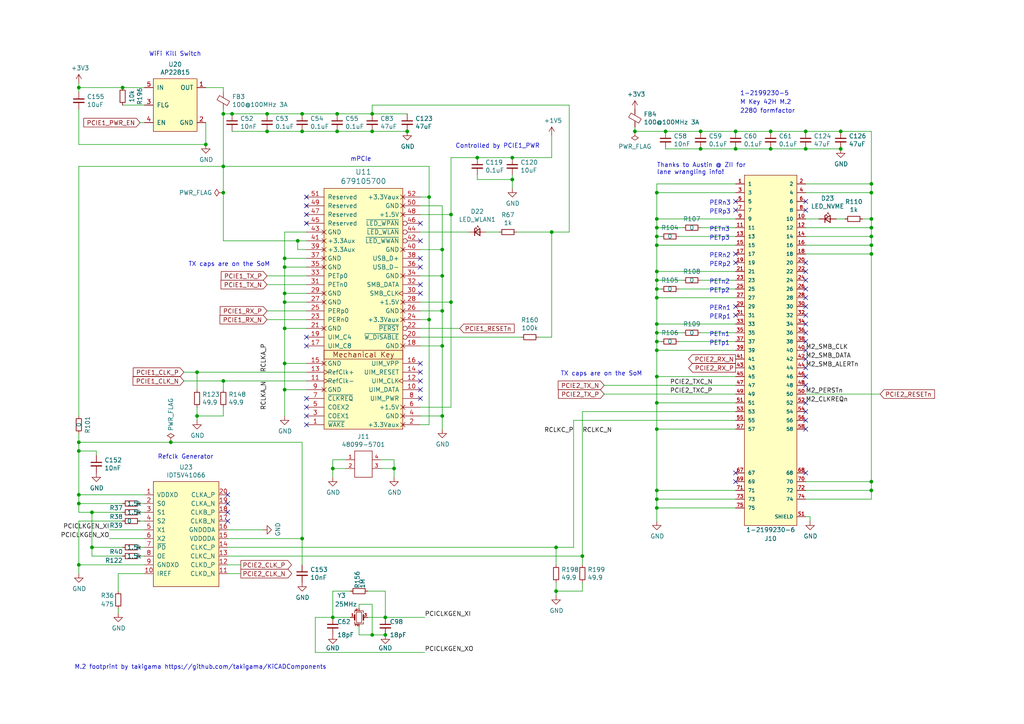
<source format=kicad_sch>
(kicad_sch (version 20211123) (generator eeschema)
  (paper "A4")
  (title_block (title "MNT Reform 2 PCIe") (date "2022-10-12") (rev "2.5D-1") (company "MNT Research GmbH") (comment 1 "https://mntre.com") (comment 2 "Engineer: Lukas F. Hartmann") (comment 3 "License: CERN-OHL-S 2.0"))
  (junction (at 49.53 128.27))
  (junction (at 128.27 72.39))
  (junction (at 190.5 96.52))
  (junction (at 190.5 147.32))
  (junction (at 190.5 93.98))
  (junction (at 26.67 148.59))
  (junction (at 148.59 52.07))
  (junction (at 87.63 33.02))
  (junction (at 130.81 62.23))
  (junction (at 190.5 68.58))
  (junction (at 190.5 63.5))
  (junction (at 252.73 139.7))
  (junction (at 82.55 77.47))
  (junction (at 111.76 184.15))
  (junction (at 22.86 163.83))
  (junction (at 190.5 144.78))
  (junction (at 190.5 55.88))
  (junction (at 190.5 86.36))
  (junction (at 22.86 130.81))
  (junction (at 213.36 43.18))
  (junction (at 64.77 110.49))
  (junction (at 252.73 55.88))
  (junction (at 190.5 99.06))
  (junction (at 128.27 100.33))
  (junction (at 161.29 158.75))
  (junction (at 107.95 33.02))
  (junction (at 252.73 63.5))
  (junction (at 190.5 83.82))
  (junction (at 128.27 90.17))
  (junction (at 107.95 184.15))
  (junction (at 82.55 85.09))
  (junction (at 96.52 179.07))
  (junction (at 82.55 113.03))
  (junction (at 128.27 80.01))
  (junction (at 124.46 92.71))
  (junction (at 252.73 53.34))
  (junction (at 243.84 38.1))
  (junction (at 161.29 171.45))
  (junction (at 64.77 48.26))
  (junction (at 148.59 45.72))
  (junction (at 213.36 38.1))
  (junction (at 252.73 73.66))
  (junction (at 57.15 120.65))
  (junction (at 190.5 142.24))
  (junction (at 59.69 41.91))
  (junction (at 193.04 38.1))
  (junction (at 67.31 33.02))
  (junction (at 64.77 55.88))
  (junction (at 77.47 33.02))
  (junction (at 190.5 124.46))
  (junction (at 118.11 38.1))
  (junction (at 97.79 38.1))
  (junction (at 22.86 25.4))
  (junction (at 87.63 38.1))
  (junction (at 203.2 38.1))
  (junction (at 190.5 81.28))
  (junction (at 233.68 38.1))
  (junction (at 22.86 146.05))
  (junction (at 130.81 87.63))
  (junction (at 124.46 57.15))
  (junction (at 26.67 158.75))
  (junction (at 22.86 128.27))
  (junction (at 184.15 38.1))
  (junction (at 77.47 38.1))
  (junction (at 168.91 161.29))
  (junction (at 190.5 71.12))
  (junction (at 64.77 33.02))
  (junction (at 190.5 109.22))
  (junction (at 22.86 143.51))
  (junction (at 223.52 43.18))
  (junction (at 252.73 71.12))
  (junction (at 203.2 43.18))
  (junction (at 252.73 68.58))
  (junction (at 97.79 33.02))
  (junction (at 128.27 120.65))
  (junction (at 243.84 43.18))
  (junction (at 111.76 179.07))
  (junction (at 57.15 107.95))
  (junction (at 86.36 69.85))
  (junction (at 138.43 45.72))
  (junction (at 190.5 66.04))
  (junction (at 107.95 38.1))
  (junction (at 114.3 135.89))
  (junction (at 252.73 66.04))
  (junction (at 96.52 135.89))
  (junction (at 82.55 87.63))
  (junction (at 82.55 105.41))
  (junction (at 233.68 43.18))
  (junction (at 190.5 116.84))
  (junction (at 87.63 156.21))
  (junction (at 35.56 25.4))
  (junction (at 82.55 95.25))
  (junction (at 190.5 78.74))
  (junction (at 223.52 38.1))
  (junction (at 252.73 142.24))
  (junction (at 82.55 74.93))
  (junction (at 190.5 101.6))
  (junction (at 160.02 67.31))
  (no_connect (at 233.68 58.42))
  (no_connect (at 88.9 64.77))
  (no_connect (at 88.9 115.57))
  (no_connect (at 233.68 91.44))
  (no_connect (at 233.68 116.84))
  (no_connect (at 213.36 88.9))
  (no_connect (at 233.68 124.46))
  (no_connect (at 233.68 137.16))
  (no_connect (at 213.36 60.96))
  (no_connect (at 233.68 60.96))
  (no_connect (at 213.36 137.16))
  (no_connect (at 233.68 111.76))
  (no_connect (at 121.92 85.09))
  (no_connect (at 88.9 118.11))
  (no_connect (at 121.92 74.93))
  (no_connect (at 121.92 107.95))
  (no_connect (at 121.92 110.49))
  (no_connect (at 66.04 143.51))
  (no_connect (at 88.9 59.69))
  (no_connect (at 233.68 78.74))
  (no_connect (at 213.36 58.42))
  (no_connect (at 233.68 109.22))
  (no_connect (at 233.68 96.52))
  (no_connect (at 88.9 57.15))
  (no_connect (at 233.68 101.6))
  (no_connect (at 121.92 77.47))
  (no_connect (at 121.92 64.77))
  (no_connect (at 233.68 88.9))
  (no_connect (at 121.92 82.55))
  (no_connect (at 121.92 113.03))
  (no_connect (at 66.04 146.05))
  (no_connect (at 88.9 100.33))
  (no_connect (at 66.04 148.59))
  (no_connect (at 233.68 86.36))
  (no_connect (at 121.92 69.85))
  (no_connect (at 233.68 99.06))
  (no_connect (at 121.92 105.41))
  (no_connect (at 88.9 123.19))
  (no_connect (at 66.04 151.13))
  (no_connect (at 88.9 62.23))
  (no_connect (at 233.68 121.92))
  (no_connect (at 233.68 83.82))
  (no_connect (at 233.68 81.28))
  (no_connect (at 121.92 115.57))
  (no_connect (at 233.68 93.98))
  (no_connect (at 233.68 104.14))
  (no_connect (at 213.36 73.66))
  (no_connect (at 233.68 119.38))
  (no_connect (at 213.36 76.2))
  (no_connect (at 88.9 97.79))
  (no_connect (at 88.9 120.65))
  (no_connect (at 213.36 91.44))
  (no_connect (at 233.68 106.68))
  (no_connect (at 233.68 76.2))
  (no_connect (at 213.36 139.7))
  (wire (pts (xy 233.68 73.66) (xy 252.73 73.66)))
  (wire (pts (xy 87.63 163.83) (xy 87.63 156.21)))
  (wire (pts (xy 31.75 156.21) (xy 41.91 156.21)))
  (wire (pts (xy 191.77 83.82) (xy 190.5 83.82)))
  (wire (pts (xy 57.15 113.03) (xy 57.15 107.95)))
  (wire (pts (xy 190.5 96.52) (xy 198.12 96.52)))
  (wire (pts (xy 121.92 97.79) (xy 151.13 97.79)))
  (wire (pts (xy 130.81 62.23) (xy 130.81 87.63)))
  (wire (pts (xy 104.14 176.53) (xy 104.14 175.26)))
  (wire (pts (xy 82.55 77.47) (xy 82.55 74.93)))
  (wire (pts (xy 161.29 158.75) (xy 166.37 158.75)))
  (wire (pts (xy 190.5 83.82) (xy 190.5 86.36)))
  (wire (pts (xy 40.64 146.05) (xy 41.91 146.05)))
  (wire (pts (xy 148.59 45.72) (xy 160.02 45.72)))
  (wire (pts (xy 135.89 67.31) (xy 121.92 67.31)))
  (wire (pts (xy 138.43 45.72) (xy 130.81 45.72)))
  (wire (pts (xy 128.27 120.65) (xy 121.92 120.65)))
  (wire (pts (xy 190.5 81.28) (xy 198.12 81.28)))
  (wire (pts (xy 166.37 121.92) (xy 166.37 158.75)))
  (wire (pts (xy 22.86 151.13) (xy 22.86 163.83)))
  (wire (pts (xy 22.86 151.13) (xy 35.56 151.13)))
  (wire (pts (xy 223.52 43.18) (xy 213.36 43.18)))
  (wire (pts (xy 22.86 25.4) (xy 35.56 25.4)))
  (wire (pts (xy 213.36 142.24) (xy 190.5 142.24)))
  (wire (pts (xy 190.5 71.12) (xy 190.5 78.74)))
  (wire (pts (xy 193.04 38.1) (xy 203.2 38.1)))
  (wire (pts (xy 160.02 39.37) (xy 160.02 45.72)))
  (wire (pts (xy 124.46 57.15) (xy 121.92 57.15)))
  (wire (pts (xy 96.52 171.45) (xy 101.6 171.45)))
  (wire (pts (xy 87.63 38.1) (xy 77.47 38.1)))
  (wire (pts (xy 133.35 95.25) (xy 121.92 95.25)))
  (wire (pts (xy 22.86 48.26) (xy 22.86 120.65)))
  (wire (pts (xy 96.52 179.07) (xy 101.6 179.07)))
  (wire (pts (xy 35.56 161.29) (xy 26.67 161.29)))
  (wire (pts (xy 96.52 135.89) (xy 100.33 135.89)))
  (wire (pts (xy 82.55 87.63) (xy 82.55 85.09)))
  (wire (pts (xy 27.94 130.81) (xy 27.94 132.08)))
  (wire (pts (xy 149.86 67.31) (xy 160.02 67.31)))
  (wire (pts (xy 233.68 66.04) (xy 252.73 66.04)))
  (wire (pts (xy 97.79 38.1) (xy 87.63 38.1)))
  (wire (pts (xy 77.47 90.17) (xy 88.9 90.17)))
  (wire (pts (xy 22.86 148.59) (xy 26.67 148.59)))
  (wire (pts (xy 196.85 83.82) (xy 213.36 83.82)))
  (wire (pts (xy 234.95 149.86) (xy 234.95 151.13)))
  (wire (pts (xy 138.43 52.07) (xy 148.59 52.07)))
  (wire (pts (xy 213.36 86.36) (xy 190.5 86.36)))
  (wire (pts (xy 121.92 62.23) (xy 130.81 62.23)))
  (wire (pts (xy 124.46 48.26) (xy 124.46 57.15)))
  (wire (pts (xy 237.49 63.5) (xy 233.68 63.5)))
  (wire (pts (xy 191.77 99.06) (xy 190.5 99.06)))
  (wire (pts (xy 64.77 55.88) (xy 64.77 69.85)))
  (wire (pts (xy 128.27 90.17) (xy 128.27 80.01)))
  (wire (pts (xy 184.15 38.1) (xy 184.15 36.83)))
  (wire (pts (xy 168.91 119.38) (xy 213.36 119.38)))
  (wire (pts (xy 88.9 92.71) (xy 77.47 92.71)))
  (wire (pts (xy 190.5 101.6) (xy 190.5 109.22)))
  (wire (pts (xy 128.27 72.39) (xy 121.92 72.39)))
  (wire (pts (xy 175.26 111.76) (xy 213.36 111.76)))
  (wire (pts (xy 104.14 184.15) (xy 107.95 184.15)))
  (wire (pts (xy 252.73 139.7) (xy 233.68 139.7)))
  (wire (pts (xy 130.81 87.63) (xy 130.81 118.11)))
  (wire (pts (xy 22.86 163.83) (xy 22.86 166.37)))
  (wire (pts (xy 87.63 156.21) (xy 87.63 128.27)))
  (wire (pts (xy 128.27 80.01) (xy 128.27 72.39)))
  (wire (pts (xy 114.3 133.35) (xy 114.3 135.89)))
  (wire (pts (xy 40.64 35.56) (xy 41.91 35.56)))
  (wire (pts (xy 128.27 100.33) (xy 128.27 90.17)))
  (wire (pts (xy 245.11 63.5) (xy 242.57 63.5)))
  (wire (pts (xy 82.55 85.09) (xy 82.55 77.47)))
  (wire (pts (xy 22.86 143.51) (xy 22.86 146.05)))
  (wire (pts (xy 121.92 87.63) (xy 130.81 87.63)))
  (wire (pts (xy 86.36 69.85) (xy 86.36 72.39)))
  (wire (pts (xy 22.86 130.81) (xy 27.94 130.81)))
  (wire (pts (xy 213.36 109.22) (xy 190.5 109.22)))
  (wire (pts (xy 130.81 45.72) (xy 130.81 62.23)))
  (wire (pts (xy 190.5 142.24) (xy 190.5 144.78)))
  (wire (pts (xy 96.52 133.35) (xy 96.52 135.89)))
  (wire (pts (xy 66.04 156.21) (xy 87.63 156.21)))
  (wire (pts (xy 35.56 158.75) (xy 26.67 158.75)))
  (wire (pts (xy 213.36 93.98) (xy 190.5 93.98)))
  (wire (pts (xy 128.27 100.33) (xy 121.92 100.33)))
  (wire (pts (xy 64.77 25.4) (xy 64.77 26.67)))
  (wire (pts (xy 41.91 161.29) (xy 40.64 161.29)))
  (wire (pts (xy 124.46 92.71) (xy 124.46 123.19)))
  (wire (pts (xy 144.78 67.31) (xy 140.97 67.31)))
  (wire (pts (xy 107.95 33.02) (xy 118.11 33.02)))
  (wire (pts (xy 213.36 96.52) (xy 203.2 96.52)))
  (wire (pts (xy 53.34 107.95) (xy 57.15 107.95)))
  (wire (pts (xy 86.36 72.39) (xy 88.9 72.39)))
  (wire (pts (xy 22.86 128.27) (xy 22.86 130.81)))
  (wire (pts (xy 88.9 105.41) (xy 82.55 105.41)))
  (wire (pts (xy 22.86 24.13) (xy 22.86 25.4)))
  (wire (pts (xy 190.5 144.78) (xy 213.36 144.78)))
  (wire (pts (xy 111.76 179.07) (xy 123.19 179.07)))
  (wire (pts (xy 213.36 81.28) (xy 203.2 81.28)))
  (wire (pts (xy 252.73 66.04) (xy 252.73 68.58)))
  (wire (pts (xy 161.29 172.72) (xy 161.29 171.45)))
  (wire (pts (xy 168.91 119.38) (xy 168.91 161.29)))
  (wire (pts (xy 106.68 171.45) (xy 111.76 171.45)))
  (wire (pts (xy 161.29 171.45) (xy 161.29 168.91)))
  (wire (pts (xy 64.77 33.02) (xy 64.77 48.26)))
  (wire (pts (xy 124.46 123.19) (xy 121.92 123.19)))
  (wire (pts (xy 88.9 82.55) (xy 77.47 82.55)))
  (wire (pts (xy 252.73 55.88) (xy 252.73 63.5)))
  (wire (pts (xy 124.46 92.71) (xy 121.92 92.71)))
  (wire (pts (xy 69.85 163.83) (xy 66.04 163.83)))
  (wire (pts (xy 130.81 118.11) (xy 121.92 118.11)))
  (wire (pts (xy 82.55 74.93) (xy 82.55 67.31)))
  (wire (pts (xy 233.68 38.1) (xy 243.84 38.1)))
  (wire (pts (xy 138.43 52.07) (xy 138.43 50.8)))
  (wire (pts (xy 64.77 69.85) (xy 86.36 69.85)))
  (wire (pts (xy 107.95 175.26) (xy 107.95 184.15)))
  (wire (pts (xy 124.46 57.15) (xy 124.46 92.71)))
  (wire (pts (xy 104.14 175.26) (xy 107.95 175.26)))
  (wire (pts (xy 40.64 151.13) (xy 41.91 151.13)))
  (wire (pts (xy 110.49 133.35) (xy 114.3 133.35)))
  (wire (pts (xy 168.91 171.45) (xy 168.91 168.91)))
  (wire (pts (xy 41.91 30.48) (xy 35.56 30.48)))
  (wire (pts (xy 91.44 189.23) (xy 123.19 189.23)))
  (wire (pts (xy 107.95 30.48) (xy 165.1 30.48)))
  (wire (pts (xy 190.5 63.5) (xy 190.5 66.04)))
  (wire (pts (xy 76.2 153.67) (xy 66.04 153.67)))
  (wire (pts (xy 22.86 48.26) (xy 64.77 48.26)))
  (wire (pts (xy 213.36 116.84) (xy 190.5 116.84)))
  (wire (pts (xy 190.5 147.32) (xy 190.5 151.13)))
  (wire (pts (xy 59.69 35.56) (xy 59.69 41.91)))
  (wire (pts (xy 64.77 48.26) (xy 124.46 48.26)))
  (wire (pts (xy 252.73 63.5) (xy 250.19 63.5)))
  (wire (pts (xy 252.73 68.58) (xy 252.73 71.12)))
  (wire (pts (xy 223.52 38.1) (xy 233.68 38.1)))
  (wire (pts (xy 91.44 179.07) (xy 96.52 179.07)))
  (wire (pts (xy 233.68 68.58) (xy 252.73 68.58)))
  (wire (pts (xy 190.5 81.28) (xy 190.5 83.82)))
  (wire (pts (xy 96.52 179.07) (xy 96.52 171.45)))
  (wire (pts (xy 82.55 87.63) (xy 88.9 87.63)))
  (wire (pts (xy 64.77 48.26) (xy 64.77 55.88)))
  (wire (pts (xy 128.27 120.65) (xy 128.27 100.33)))
  (wire (pts (xy 128.27 90.17) (xy 121.92 90.17)))
  (wire (pts (xy 252.73 63.5) (xy 252.73 66.04)))
  (wire (pts (xy 22.86 146.05) (xy 35.56 146.05)))
  (wire (pts (xy 107.95 38.1) (xy 118.11 38.1)))
  (wire (pts (xy 128.27 124.46) (xy 128.27 120.65)))
  (wire (pts (xy 88.9 113.03) (xy 82.55 113.03)))
  (wire (pts (xy 255.27 114.3) (xy 233.68 114.3)))
  (wire (pts (xy 82.55 105.41) (xy 82.55 95.25)))
  (wire (pts (xy 34.29 166.37) (xy 41.91 166.37)))
  (wire (pts (xy 213.36 78.74) (xy 190.5 78.74)))
  (wire (pts (xy 223.52 43.18) (xy 233.68 43.18)))
  (wire (pts (xy 148.59 52.07) (xy 148.59 54.61)))
  (wire (pts (xy 213.36 147.32) (xy 190.5 147.32)))
  (wire (pts (xy 97.79 38.1) (xy 107.95 38.1)))
  (wire (pts (xy 190.5 116.84) (xy 190.5 124.46)))
  (wire (pts (xy 190.5 66.04) (xy 190.5 68.58)))
  (wire (pts (xy 252.73 139.7) (xy 252.73 142.24)))
  (wire (pts (xy 35.56 25.4) (xy 41.91 25.4)))
  (wire (pts (xy 252.73 38.1) (xy 252.73 53.34)))
  (wire (pts (xy 66.04 161.29) (xy 168.91 161.29)))
  (wire (pts (xy 213.36 66.04) (xy 203.2 66.04)))
  (wire (pts (xy 190.5 55.88) (xy 190.5 63.5)))
  (wire (pts (xy 88.9 74.93) (xy 82.55 74.93)))
  (wire (pts (xy 161.29 163.83) (xy 161.29 158.75)))
  (wire (pts (xy 57.15 120.65) (xy 57.15 118.11)))
  (wire (pts (xy 22.86 125.73) (xy 22.86 128.27)))
  (wire (pts (xy 82.55 120.65) (xy 82.55 113.03)))
  (wire (pts (xy 87.63 33.02) (xy 97.79 33.02)))
  (wire (pts (xy 190.5 124.46) (xy 190.5 142.24)))
  (wire (pts (xy 82.55 77.47) (xy 88.9 77.47)))
  (wire (pts (xy 203.2 43.18) (xy 193.04 43.18)))
  (wire (pts (xy 59.69 25.4) (xy 64.77 25.4)))
  (wire (pts (xy 111.76 171.45) (xy 111.76 179.07)))
  (wire (pts (xy 22.86 130.81) (xy 22.86 143.51)))
  (wire (pts (xy 97.79 33.02) (xy 107.95 33.02)))
  (wire (pts (xy 41.91 163.83) (xy 22.86 163.83)))
  (wire (pts (xy 161.29 171.45) (xy 168.91 171.45)))
  (wire (pts (xy 64.77 110.49) (xy 88.9 110.49)))
  (wire (pts (xy 82.55 67.31) (xy 88.9 67.31)))
  (wire (pts (xy 160.02 97.79) (xy 156.21 97.79)))
  (wire (pts (xy 26.67 148.59) (xy 35.56 148.59)))
  (wire (pts (xy 22.86 148.59) (xy 22.86 146.05)))
  (wire (pts (xy 114.3 138.43) (xy 114.3 135.89)))
  (wire (pts (xy 77.47 33.02) (xy 87.63 33.02)))
  (wire (pts (xy 233.68 53.34) (xy 252.73 53.34)))
  (wire (pts (xy 128.27 72.39) (xy 128.27 59.69)))
  (wire (pts (xy 66.04 158.75) (xy 161.29 158.75)))
  (wire (pts (xy 31.75 153.67) (xy 41.91 153.67)))
  (wire (pts (xy 100.33 133.35) (xy 96.52 133.35)))
  (wire (pts (xy 26.67 158.75) (xy 26.67 148.59)))
  (wire (pts (xy 57.15 120.65) (xy 64.77 120.65)))
  (wire (pts (xy 166.37 121.92) (xy 213.36 121.92)))
  (wire (pts (xy 64.77 113.03) (xy 64.77 110.49)))
  (wire (pts (xy 165.1 30.48) (xy 165.1 67.31)))
  (wire (pts (xy 190.5 144.78) (xy 190.5 147.32)))
  (wire (pts (xy 252.73 73.66) (xy 252.73 139.7)))
  (wire (pts (xy 128.27 59.69) (xy 121.92 59.69)))
  (wire (pts (xy 107.95 184.15) (xy 111.76 184.15)))
  (wire (pts (xy 190.5 99.06) (xy 190.5 101.6)))
  (wire (pts (xy 59.69 41.91) (xy 22.86 41.91)))
  (wire (pts (xy 128.27 80.01) (xy 121.92 80.01)))
  (wire (pts (xy 96.52 138.43) (xy 96.52 135.89)))
  (wire (pts (xy 252.73 71.12) (xy 252.73 73.66)))
  (wire (pts (xy 34.29 166.37) (xy 34.29 171.45)))
  (wire (pts (xy 77.47 80.01) (xy 88.9 80.01)))
  (wire (pts (xy 190.5 78.74) (xy 190.5 81.28)))
  (wire (pts (xy 34.29 176.53) (xy 34.29 177.8)))
  (wire (pts (xy 196.85 99.06) (xy 213.36 99.06)))
  (wire (pts (xy 57.15 121.92) (xy 57.15 120.65)))
  (wire (pts (xy 26.67 161.29) (xy 26.67 158.75)))
  (wire (pts (xy 107.95 30.48) (xy 107.95 33.02)))
  (wire (pts (xy 67.31 33.02) (xy 77.47 33.02)))
  (wire (pts (xy 252.73 142.24) (xy 252.73 144.78)))
  (wire (pts (xy 53.34 110.49) (xy 64.77 110.49)))
  (wire (pts (xy 106.68 179.07) (xy 111.76 179.07)))
  (wire (pts (xy 190.5 68.58) (xy 190.5 71.12)))
  (wire (pts (xy 190.5 66.04) (xy 198.12 66.04)))
  (wire (pts (xy 49.53 128.27) (xy 22.86 128.27)))
  (wire (pts (xy 114.3 135.89) (xy 110.49 135.89)))
  (wire (pts (xy 213.36 71.12) (xy 190.5 71.12)))
  (wire (pts (xy 213.36 101.6) (xy 190.5 101.6)))
  (wire (pts (xy 175.26 114.3) (xy 213.36 114.3)))
  (wire (pts (xy 22.86 143.51) (xy 41.91 143.51)))
  (wire (pts (xy 91.44 179.07) (xy 91.44 189.23)))
  (wire (pts (xy 148.59 52.07) (xy 148.59 50.8)))
  (wire (pts (xy 64.77 31.75) (xy 64.77 33.02)))
  (wire (pts (xy 252.73 144.78) (xy 233.68 144.78)))
  (wire (pts (xy 88.9 85.09) (xy 82.55 85.09)))
  (wire (pts (xy 233.68 142.24) (xy 252.73 142.24)))
  (wire (pts (xy 165.1 67.31) (xy 160.02 67.31)))
  (wire (pts (xy 191.77 68.58) (xy 190.5 68.58)))
  (wire (pts (xy 184.15 38.1) (xy 193.04 38.1)))
  (wire (pts (xy 82.55 95.25) (xy 82.55 87.63)))
  (wire (pts (xy 190.5 93.98) (xy 190.5 96.52)))
  (wire (pts (xy 64.77 33.02) (xy 67.31 33.02)))
  (wire (pts (xy 77.47 38.1) (xy 67.31 38.1)))
  (wire (pts (xy 88.9 95.25) (xy 82.55 95.25)))
  (wire (pts (xy 252.73 71.12) (xy 233.68 71.12)))
  (wire (pts (xy 82.55 113.03) (xy 82.55 105.41)))
  (wire (pts (xy 190.5 55.88) (xy 190.5 53.34)))
  (wire (pts (xy 148.59 45.72) (xy 138.43 45.72)))
  (wire (pts (xy 252.73 53.34) (xy 252.73 55.88)))
  (wire (pts (xy 160.02 67.31) (xy 160.02 97.79)))
  (wire (pts (xy 213.36 43.18) (xy 203.2 43.18)))
  (wire (pts (xy 66.04 166.37) (xy 69.85 166.37)))
  (wire (pts (xy 213.36 38.1) (xy 223.52 38.1)))
  (wire (pts (xy 22.86 26.67) (xy 22.86 25.4)))
  (wire (pts (xy 86.36 69.85) (xy 88.9 69.85)))
  (wire (pts (xy 40.64 158.75) (xy 41.91 158.75)))
  (wire (pts (xy 196.85 68.58) (xy 213.36 68.58)))
  (wire (pts (xy 190.5 109.22) (xy 190.5 116.84)))
  (wire (pts (xy 87.63 128.27) (xy 49.53 128.27)))
  (wire (pts (xy 203.2 38.1) (xy 213.36 38.1)))
  (wire (pts (xy 213.36 124.46) (xy 190.5 124.46)))
  (wire (pts (xy 213.36 63.5) (xy 190.5 63.5)))
  (wire (pts (xy 57.15 107.95) (xy 88.9 107.95)))
  (wire (pts (xy 22.86 41.91) (xy 22.86 31.75)))
  (wire (pts (xy 40.64 148.59) (xy 41.91 148.59)))
  (wire (pts (xy 190.5 86.36) (xy 190.5 93.98)))
  (wire (pts (xy 233.68 43.18) (xy 243.84 43.18)))
  (wire (pts (xy 252.73 55.88) (xy 233.68 55.88)))
  (wire (pts (xy 213.36 55.88) (xy 190.5 55.88)))
  (wire (pts (xy 190.5 96.52) (xy 190.5 99.06)))
  (wire (pts (xy 168.91 163.83) (xy 168.91 161.29)))
  (wire (pts (xy 233.68 149.86) (xy 234.95 149.86)))
  (wire (pts (xy 104.14 181.61) (xy 104.14 184.15)))
  (wire (pts (xy 190.5 53.34) (xy 213.36 53.34)))
  (wire (pts (xy 243.84 38.1) (xy 252.73 38.1)))
  (wire (pts (xy 64.77 120.65) (xy 64.77 118.11)))
  (text "1-2199230-5" (at 214.63 27.94 0) (effects (font (size 1.27 1.27)) (justify left bottom)))
  (text "Controlled by PCIE1_PWR" (at 132.08 43.18 0) (effects (font (size 1.27 1.27)) (justify left bottom)))
  (text "Thanks to Austin @ ZII for\nlane wrangling info!" (at 190.5 50.8 0) (effects (font (size 1.27 1.27)) (justify left bottom)))
  (text "PERp1" (at 205.74 92.71 0) (effects (font (size 1.27 1.27)) (justify left bottom)))
  (text "PERn3" (at 205.74 59.69 0) (effects (font (size 1.27 1.27)) (justify left bottom)))
  (text "TX caps are on the SoM" (at 54.61 77.47 0) (effects (font (size 1.27 1.27)) (justify left bottom)))
  (text "M.2 footprint by takigama https://github.com/takigama/KiCADComponents" (at 21.59 194.31 0) (effects (font (size 1.27 1.27)) (justify left bottom)))
  (text "PETn3" (at 205.74 67.31 0) (effects (font (size 1.27 1.27)) (justify left bottom)))
  (text "PETn1" (at 205.74 97.79 0) (effects (font (size 1.27 1.27)) (justify left bottom)))
  (text "2280 formfactor" (at 214.63 33.02 0) (effects (font (size 1.27 1.27)) (justify left bottom)))
  (text "Refclk Generator" (at 45.72 133.35 0) (effects (font (size 1.27 1.27)) (justify left bottom)))
  (text "PETp2" (at 205.74 85.09 0) (effects (font (size 1.27 1.27)) (justify left bottom)))
  (text "PETn2" (at 205.74 82.55 0) (effects (font (size 1.27 1.27)) (justify left bottom)))
  (text "PERp2" (at 205.74 77.47 0) (effects (font (size 1.27 1.27)) (justify left bottom)))
  (text "M Key 42H M.2" (at 214.63 30.48 0) (effects (font (size 1.27 1.27)) (justify left bottom)))
  (text "PERn2" (at 205.74 74.93 0) (effects (font (size 1.27 1.27)) (justify left bottom)))
  (text "mPCIe" (at 101.6 46.99 0) (effects (font (size 1.27 1.27)) (justify left bottom)))
  (text "PERp3" (at 205.74 62.23 0) (effects (font (size 1.27 1.27)) (justify left bottom)))
  (text "WiFi Kill Switch" (at 43.18 16.51 0) (effects (font (size 1.27 1.27)) (justify left bottom)))
  (text "PETp1" (at 205.74 100.33 0) (effects (font (size 1.27 1.27)) (justify left bottom)))
  (text "PERn1" (at 205.74 90.17 0) (effects (font (size 1.27 1.27)) (justify left bottom)))
  (text "PETp3" (at 205.74 69.85 0) (effects (font (size 1.27 1.27)) (justify left bottom)))
  (text "TX caps are on the SoM" (at 162.56 109.22 0) (effects (font (size 1.27 1.27)) (justify left bottom)))
  (label "PCICLKGEN_XO" (at 31.75 156.21 180))
  (label "M2_SMB_ALERTn" (at 233.68 106.68 0))
  (label "PCICLKGEN_XI" (at 123.19 179.07 0))
  (label "M2_SMB_DATA" (at 233.68 104.14 0))
  (label "M2_CLKREQn" (at 233.68 116.84 0))
  (label "RCLKA_N" (at 77.47 110.49 270))
  (label "PCICLKGEN_XI" (at 31.75 153.67 180))
  (label "PCIE2_TXC_N" (at 194.31 111.76 0))
  (label "M2_PERSTn" (at 233.68 114.3 0))
  (label "RCLKC_P" (at 166.37 125.73 180))
  (label "PCIE2_TXC_P" (at 194.31 114.3 0))
  (label "RCLKC_N" (at 168.91 125.73 0))
  (label "PCICLKGEN_XO" (at 123.19 189.23 0))
  (label "RCLKA_P" (at 77.47 107.95 90))
  (label "M2_SMB_CLK" (at 233.68 101.6 0))
  (global_label "PCIE1_RX_N" (shape input) (at 77.47 92.71 180) (property "Intersheet References" "${INTERSHEET_REFS}" (effects hide)))
  (global_label "PCIE1_TX_P" (shape input) (at 77.47 80.01 180) (property "Intersheet References" "${INTERSHEET_REFS}" (effects hide)))
  (global_label "PCIE1_RESETn" (shape input) (at 133.35 95.25 0) (property "Intersheet References" "${INTERSHEET_REFS}" (effects hide)))
  (global_label "PCIE2_TX_N" (shape input) (at 175.26 111.76 180) (property "Intersheet References" "${INTERSHEET_REFS}" (effects hide)))
  (global_label "PCIE2_RX_P" (shape output) (at 213.36 106.68 180) (property "Intersheet References" "${INTERSHEET_REFS}" (effects hide)))
  (global_label "PCIE1_RX_P" (shape input) (at 77.47 90.17 180) (property "Intersheet References" "${INTERSHEET_REFS}" (effects hide)))
  (global_label "PCIE2_RESETn" (shape input) (at 255.27 114.3 0) (property "Intersheet References" "${INTERSHEET_REFS}" (effects hide)))
  (global_label "PCIE1_CLK_P" (shape input) (at 53.34 107.95 180) (property "Intersheet References" "${INTERSHEET_REFS}" (effects hide)))
  (global_label "PCIE2_TX_P" (shape input) (at 175.26 114.3 180) (property "Intersheet References" "${INTERSHEET_REFS}" (effects hide)))
  (global_label "PCIE2_CLK_P" (shape output) (at 69.85 163.83 0) (property "Intersheet References" "${INTERSHEET_REFS}" (effects hide)))
  (global_label "PCIE2_CLK_N" (shape output) (at 69.85 166.37 0) (property "Intersheet References" "${INTERSHEET_REFS}" (effects hide)))
  (global_label "PCIE2_RX_N" (shape output) (at 213.36 104.14 180) (property "Intersheet References" "${INTERSHEET_REFS}" (effects hide)))
  (global_label "PCIE1_TX_N" (shape input) (at 77.47 82.55 180) (property "Intersheet References" "${INTERSHEET_REFS}" (effects hide)))
  (global_label "PCIE1_PWR_EN" (shape input) (at 40.64 35.56 180) (property "Intersheet References" "${INTERSHEET_REFS}" (effects hide)))
  (global_label "PCIE1_CLK_N" (shape input) (at 53.34 110.49 180) (property "Intersheet References" "${INTERSHEET_REFS}" (effects hide)))
  (symbol (lib_id "reform2-motherboard-rescue:MPCIE-Socket-reform-motherboard-rescue") (at 105.41 86.36 0) (unit 1)
    (property "Reference" "U11" (at 105.41 49.8602 0) (effects (font (size 1.524 1.524))))
    (property "Value" "679105700" (at 105.41 52.5526 0) (effects (font (size 1.524 1.524))))
    (property "Footprint" "footprints:MOLEX_67910-5700" (effects hide))
    (property "Manufacturer" "Molex" (effects hide))
    (property "Manufacturer_No" "67910-5700" (effects hide))
    (property "Checked" "y" (effects hide))
    (property "Distributor" "Mouser" (effects hide))
  )
  (symbol (lib_id "Device:LED_Small") (at 240.03 63.5 0) (unit 1)
    (property "Reference" "D23" (at 240.03 57.531 0))
    (property "Value" "LED_NVME" (at 240.03 59.8424 0))
    (property "Footprint" "LED_SMD:LED_0603_1608Metric" (effects hide))
    (property "Manufacturer" "ROHM" (effects hide))
    (property "Manufacturer_No" "SMLEN3WBC8W1" (effects hide))
    (property "Checked" "y" (effects hide))
    (property "Distributor" "Mouser" (effects hide))
  )
  (symbol (lib_id "Device:R_Small") (at 247.65 63.5 270) (unit 1)
    (property "Reference" "R110" (at 247.65 58.5216 90))
    (property "Value" "1k" (at 247.65 60.833 90))
    (property "Footprint" "Resistor_SMD:R_0603_1608Metric" (effects hide))
    (property "Manufacturer" "Yageo" (effects hide))
    (property "Manufacturer_No" "RC0603FR-071KL" (effects hide))
    (property "Checked" "y" (effects hide))
    (property "Distributor" "Mouser" (effects hide))
  )
  (symbol (lib_id "Device:R_Small") (at 200.66 66.04 270) (unit 1)
    (property "Reference" "R107" (at 200.66 63.5 90))
    (property "Value" "0" (at 200.66 66.04 90))
    (property "Footprint" "Resistor_SMD:R_0603_1608Metric" (effects hide))
    (property "Manufacturer" "Vishay Dale" (effects hide))
    (property "Manufacturer_No" "CRCW06030000Z0EAC" (effects hide))
    (property "Distributor" "Mouser" (effects hide))
    (property "Checked" "y" (effects hide))
  )
  (symbol (lib_id "Device:R_Small") (at 194.31 68.58 270) (unit 1)
    (property "Reference" "R104" (at 194.31 66.04 90))
    (property "Value" "0" (at 194.31 68.58 90))
    (property "Footprint" "Resistor_SMD:R_0603_1608Metric" (effects hide))
    (property "Manufacturer" "Vishay Dale" (effects hide))
    (property "Manufacturer_No" "CRCW06030000Z0EAC" (effects hide))
    (property "Distributor" "Mouser" (effects hide))
    (property "Checked" "y" (effects hide))
  )
  (symbol (lib_id "Device:R_Small") (at 200.66 81.28 270) (unit 1)
    (property "Reference" "R108" (at 200.66 78.74 90))
    (property "Value" "0" (at 200.66 81.28 90))
    (property "Footprint" "Resistor_SMD:R_0603_1608Metric" (effects hide))
    (property "Manufacturer" "Vishay Dale" (effects hide))
    (property "Manufacturer_No" "CRCW06030000Z0EAC" (effects hide))
    (property "Distributor" "Mouser" (effects hide))
    (property "Checked" "y" (effects hide))
  )
  (symbol (lib_id "Device:R_Small") (at 194.31 83.82 270) (unit 1)
    (property "Reference" "R105" (at 194.31 81.28 90))
    (property "Value" "0" (at 194.31 83.82 90))
    (property "Footprint" "Resistor_SMD:R_0603_1608Metric" (effects hide))
    (property "Manufacturer" "Vishay Dale" (effects hide))
    (property "Manufacturer_No" "CRCW06030000Z0EAC" (effects hide))
    (property "Distributor" "Mouser" (effects hide))
    (property "Checked" "y" (effects hide))
  )
  (symbol (lib_id "Device:R_Small") (at 200.66 96.52 270) (unit 1)
    (property "Reference" "R109" (at 200.66 93.98 90))
    (property "Value" "0" (at 200.66 96.52 90))
    (property "Footprint" "Resistor_SMD:R_0603_1608Metric" (effects hide))
    (property "Manufacturer" "Vishay Dale" (effects hide))
    (property "Manufacturer_No" "CRCW06030000Z0EAC" (effects hide))
    (property "Distributor" "Mouser" (effects hide))
    (property "Checked" "y" (effects hide))
  )
  (symbol (lib_id "Device:R_Small") (at 194.31 99.06 270) (unit 1)
    (property "Reference" "R106" (at 194.31 96.52 90))
    (property "Value" "0" (at 194.31 99.06 90))
    (property "Footprint" "Resistor_SMD:R_0603_1608Metric" (effects hide))
    (property "Manufacturer" "Vishay Dale" (effects hide))
    (property "Manufacturer_No" "CRCW06030000Z0EAC" (effects hide))
    (property "Distributor" "Mouser" (effects hide))
    (property "Checked" "y" (effects hide))
  )
  (symbol (lib_id "Device:C_Small") (at 148.59 48.26 0) (unit 1)
    (property "Reference" "C120" (at 150.9268 47.0916 0) (effects (justify left)))
    (property "Value" "10uF" (at 150.9268 49.403 0) (effects (justify left)))
    (property "Footprint" "Capacitor_SMD:C_0603_1608Metric" (effects hide))
    (property "Manufacturer" "Murata" (effects hide))
    (property "Manufacturer_No" "GRM188R6YA106MA73D" (effects hide))
    (property "Checked" "y" (effects hide))
    (property "Distributor" "Mouser" (effects hide))
  )
  (symbol (lib_id "Device:C_Small") (at 138.43 48.26 0) (unit 1)
    (property "Reference" "C119" (at 140.7668 47.0916 0) (effects (justify left)))
    (property "Value" "0.1uF" (at 140.7668 49.403 0) (effects (justify left)))
    (property "Footprint" "Capacitor_SMD:C_0603_1608Metric" (effects hide))
    (property "Manufacturer" "Yageo" (effects hide))
    (property "Manufacturer_No" "CC0603JPX7R9BB104" (effects hide))
    (property "Checked" "y" (effects hide))
  )
  (symbol (lib_id "power:+1V5") (at 160.02 39.37 0) (unit 1)
    (property "Reference" "#PWR0212" (effects hide))
    (property "Value" "+1V5" (at 160.401 34.9758 0))
  )
  (symbol (lib_id "power:GND") (at 148.59 54.61 0) (unit 1)
    (property "Reference" "#PWR0213" (effects hide))
    (property "Value" "GND" (at 148.717 59.0042 0))
  )
  (symbol (lib_id "power:+3V3") (at 22.86 24.13 0) (unit 1)
    (property "Reference" "#PWR043" (effects hide))
    (property "Value" "+3V3" (at 23.241 19.7358 0))
  )
  (symbol (lib_id "Device:FerriteBead_Small") (at 64.77 29.21 0) (unit 1)
    (property "Reference" "FB3" (at 67.31 28.0416 0) (effects (justify left)))
    (property "Value" "100@100MHz 3A" (at 67.31 30.353 0) (effects (justify left)))
    (property "Footprint" "Inductor_SMD:L_0603_1608Metric" (effects hide))
    (property "Manufacturer" "Murata" (effects hide))
    (property "Manufacturer_No" "BLM18KG101TN1D" (effects hide))
    (property "Checked" "y" (effects hide))
    (property "Distributor" "Mouser" (effects hide))
  )
  (symbol (lib_id "power:GND") (at 128.27 124.46 0) (unit 1)
    (property "Reference" "#PWR045" (effects hide))
    (property "Value" "GND" (at 128.397 128.8542 0))
  )
  (symbol (lib_id "power:GND") (at 82.55 120.65 0) (unit 1)
    (property "Reference" "#PWR044" (effects hide))
    (property "Value" "GND" (at 82.677 125.0442 0))
  )
  (symbol (lib_id "Device:LED_Small") (at 138.43 67.31 0) (unit 1)
    (property "Reference" "D22" (at 138.43 61.341 0))
    (property "Value" "LED_WLAN1" (at 138.43 63.6524 0))
    (property "Footprint" "LED_SMD:LED_0603_1608Metric" (effects hide))
    (property "Manufacturer" "ROHM" (effects hide))
    (property "Manufacturer_No" "SMLEN3WBC8W1" (effects hide))
    (property "Checked" "y" (effects hide))
    (property "Distributor" "Mouser" (effects hide))
  )
  (symbol (lib_id "Device:R_Small") (at 147.32 67.31 270) (unit 1)
    (property "Reference" "R67" (at 147.32 62.3316 90))
    (property "Value" "1k" (at 147.32 64.643 90))
    (property "Footprint" "Resistor_SMD:R_0603_1608Metric" (effects hide))
    (property "Manufacturer" "Yageo" (effects hide))
    (property "Manufacturer_No" "RC0603FR-071KL" (effects hide))
    (property "Checked" "y" (effects hide))
    (property "Distributor" "Mouser" (effects hide))
  )
  (symbol (lib_id "power:+3V3") (at 184.15 31.75 0) (unit 1)
    (property "Reference" "#PWR047" (effects hide))
    (property "Value" "+3V3" (at 184.531 27.3558 0))
  )
  (symbol (lib_id "Device:FerriteBead_Small") (at 184.15 34.29 0) (unit 1)
    (property "Reference" "FB4" (at 186.69 33.1216 0) (effects (justify left)))
    (property "Value" "100@100MHz 3A" (at 186.69 35.433 0) (effects (justify left)))
    (property "Footprint" "Inductor_SMD:L_0603_1608Metric" (effects hide))
    (property "Manufacturer" "Murata" (effects hide))
    (property "Manufacturer_No" "BLM18KG101TN1D" (effects hide))
    (property "Checked" "y" (effects hide))
    (property "Distributor" "Mouser" (effects hide))
  )
  (symbol (lib_id "Device:R_Small") (at 64.77 115.57 180) (unit 1)
    (property "Reference" "R148" (at 66.2686 114.4016 0) (effects (justify right)))
    (property "Value" "49.9" (at 66.2686 116.713 0) (effects (justify right)))
    (property "Footprint" "Resistor_SMD:R_0603_1608Metric" (effects hide))
    (property "Checked" "y" (effects hide))
    (property "Distributor" "Mouser" (effects hide))
    (property "Manufacturer" "Yageo" (effects hide))
    (property "Manufacturer_No" "RC0603FR-1049R9L" (effects hide))
  )
  (symbol (lib_id "Device:R_Small") (at 57.15 115.57 180) (unit 1)
    (property "Reference" "R123" (at 58.6486 114.4016 0) (effects (justify right)))
    (property "Value" "49.9" (at 58.6486 116.713 0) (effects (justify right)))
    (property "Footprint" "Resistor_SMD:R_0603_1608Metric" (effects hide))
    (property "Checked" "y" (effects hide))
    (property "Distributor" "Mouser" (effects hide))
    (property "Manufacturer" "Yageo" (effects hide))
    (property "Manufacturer_No" "RC0603FR-1049R9L" (effects hide))
  )
  (symbol (lib_id "power:GND") (at 57.15 121.92 0) (unit 1)
    (property "Reference" "#PWR0151" (effects hide))
    (property "Value" "GND" (at 57.277 126.3142 0))
  )
  (symbol (lib_id "power:GND") (at 34.29 177.8 0) (unit 1)
    (property "Reference" "#PWR0152" (effects hide))
    (property "Value" "GND" (at 34.417 182.1942 0))
  )
  (symbol (lib_id "Device:R_Small") (at 34.29 173.99 180) (unit 1)
    (property "Reference" "R36" (at 29.21 172.72 0) (effects (justify right)))
    (property "Value" "475" (at 29.21 175.26 0) (effects (justify right)))
    (property "Footprint" "Resistor_SMD:R_0603_1608Metric" (effects hide))
    (property "Manufacturer" "Yageo" (effects hide))
    (property "Manufacturer_No" "RC0603FR-07475RL" (effects hide))
    (property "Checked" "y" (effects hide))
    (property "Distributor" "Mouser" (effects hide))
  )
  (symbol (lib_id "Device:Crystal_GND24_Small") (at 104.14 179.07 0) (unit 1)
    (property "Reference" "Y3" (at 99.06 172.72 0))
    (property "Value" "25MHz" (at 100.33 175.26 0))
    (property "Footprint" "Crystal:Crystal_SMD_Abracon_ABM8G-4Pin_3.2x2.5mm" (effects hide))
    (property "Manufacturer" "Abracon" (effects hide))
    (property "Manufacturer_No" "ABM8AIG-25.000MHz-R40-4-T" (effects hide))
    (property "Checked" "y" (effects hide))
    (property "Distributor" "Mouser" (effects hide))
  )
  (symbol (lib_id "reform2-motherboard-rescue:R_Small-reform-motherboard-rescue") (at 104.14 171.45 90) (unit 1)
    (property "Reference" "R156" (at 103.632 170.688 0) (effects (justify left)))
    (property "Value" "1M" (at 105.156 170.688 0) (effects (justify left)))
    (property "Footprint" "Resistor_SMD:R_0603_1608Metric" (effects hide))
    (property "Manufacturer" "Yageo" (effects hide))
    (property "Manufacturer_No" "RC0603FR-071ML" (effects hide))
    (property "Distributor" "Mouser" (effects hide))
    (property "Checked" "y" (effects hide))
  )
  (symbol (lib_id "reform2-motherboard-rescue:C_Small-reform-motherboard-rescue") (at 111.76 181.61 0) (unit 1)
    (property "Reference" "C98" (at 113.03 180.34 0) (effects (justify left)))
    (property "Value" "18pF" (at 113.03 184.15 0) (effects (justify left)))
    (property "Footprint" "Capacitor_SMD:C_0603_1608Metric" (effects hide))
    (property "Manufacturer" "Yageo" (effects hide))
    (property "Manufacturer_No" "CC0603JRNPO9BN180" (effects hide))
    (property "Checked" "y" (effects hide))
    (property "Distributor" "Mouser" (effects hide))
    (property "LCSC" "C107040" (effects hide))
  )
  (symbol (lib_id "reform2-motherboard-rescue:GND-reform-motherboard-rescue") (at 111.76 184.15 0) (unit 1)
    (property "Reference" "#PWR0192" (effects hide))
    (property "Value" "GND" (at 111.76 187.96 0))
  )
  (symbol (lib_id "reform2-motherboard-rescue:C_Small-reform-motherboard-rescue") (at 96.52 181.61 0) (unit 1)
    (property "Reference" "C62" (at 97.79 180.34 0) (effects (justify left)))
    (property "Value" "18pF" (at 97.79 184.15 0) (effects (justify left)))
    (property "Footprint" "Capacitor_SMD:C_0603_1608Metric" (effects hide))
    (property "Manufacturer" "Yageo" (effects hide))
    (property "Manufacturer_No" "CC0603JRNPO9BN180" (effects hide))
    (property "Checked" "y" (effects hide))
    (property "Distributor" "Mouser" (effects hide))
    (property "LCSC" "C107040" (effects hide))
  )
  (symbol (lib_id "reform2-motherboard-rescue:GND-reform-motherboard-rescue") (at 96.52 184.15 0) (unit 1)
    (property "Reference" "#PWR0229" (effects hide))
    (property "Value" "GND" (at 96.52 187.96 0))
  )
  (symbol (lib_id "power:GND") (at 76.2 153.67 90) (unit 1)
    (property "Reference" "#PWR0171" (effects hide))
    (property "Value" "GND" (at 80.5942 153.543 0))
  )
  (symbol (lib_id "Device:R_Small") (at 38.1 146.05 90) (unit 1)
    (property "Reference" "R37" (at 31.75 147.32 90) (effects (justify right)))
    (property "Value" "1.5k" (at 36.83 146.05 90) (effects (justify right)))
    (property "Footprint" "Resistor_SMD:R_0603_1608Metric" (effects hide))
    (property "Manufacturer" "Yageo" (effects hide))
    (property "Manufacturer_No" "RC0603FR-071K5L" (effects hide))
    (property "Checked" "y" (effects hide))
    (property "Distributor" "Mouser" (effects hide))
  )
  (symbol (lib_id "Device:R_Small") (at 38.1 148.59 90) (unit 1)
    (property "Reference" "R38" (at 31.75 149.86 90) (effects (justify right)))
    (property "Value" "1.5k" (at 36.83 148.59 90) (effects (justify right)))
    (property "Footprint" "Resistor_SMD:R_0603_1608Metric" (effects hide))
    (property "Manufacturer" "Yageo" (effects hide))
    (property "Manufacturer_No" "RC0603FR-071K5L" (effects hide))
    (property "Checked" "y" (effects hide))
    (property "Distributor" "Mouser" (effects hide))
  )
  (symbol (lib_id "Device:R_Small") (at 38.1 158.75 90) (unit 1)
    (property "Reference" "R40" (at 31.75 160.02 90) (effects (justify right)))
    (property "Value" "1.5k" (at 36.83 158.75 90) (effects (justify right)))
    (property "Footprint" "Resistor_SMD:R_0603_1608Metric" (effects hide))
    (property "Manufacturer" "Yageo" (effects hide))
    (property "Manufacturer_No" "RC0603FR-071K5L" (effects hide))
    (property "Checked" "y" (effects hide))
    (property "Distributor" "Mouser" (effects hide))
  )
  (symbol (lib_id "Device:R_Small") (at 38.1 151.13 90) (unit 1)
    (property "Reference" "R39" (at 31.75 152.4 90) (effects (justify right)))
    (property "Value" "0" (at 36.83 151.13 90) (effects (justify right)))
    (property "Footprint" "Resistor_SMD:R_0603_1608Metric" (effects hide))
    (property "Manufacturer" "Vishay Dale" (effects hide))
    (property "Manufacturer_No" "CRCW06030000Z0EAC" (effects hide))
    (property "Distributor" "Mouser" (effects hide))
    (property "Checked" "y" (effects hide))
  )
  (symbol (lib_id "Device:R_Small") (at 153.67 97.79 270) (unit 1)
    (property "Reference" "R160" (at 153.67 92.8116 90))
    (property "Value" "100k" (at 153.67 95.123 90))
    (property "Footprint" "Resistor_SMD:R_0603_1608Metric" (effects hide))
    (property "Manufacturer" "Vishay Dale" (effects hide))
    (property "Manufacturer_No" "CRCW0603100KJNEAC" (effects hide))
    (property "Checked" "y" (effects hide))
    (property "Distributor" "Mouser" (effects hide))
  )
  (symbol (lib_id "reform2:IDT5V41066") (at 54.61 153.67 0) (unit 1)
    (property "Reference" "U23" (at 53.975 135.509 0))
    (property "Value" "IDT5V41066" (at 53.975 137.8204 0))
    (property "Footprint" "Package_SO:TSSOP-20_4.4x6.5mm_P0.65mm" (effects hide))
    (property "Datasheet" "https://www.idt.com/document/dst/5v41066-datasheet" (effects hide))
    (property "Manufacturer" "IDT" (effects hide))
    (property "Manufacturer_No" "5V41066PGGI8" (effects hide))
    (property "Checked" "y" (effects hide))
    (property "Distributor" "Mouser" (effects hide))
  )
  (symbol (lib_id "Device:C_Small") (at 107.95 35.56 0) (unit 1)
    (property "Reference" "C83" (at 110.2868 34.3916 0) (effects (justify left)))
    (property "Value" "47uF" (at 110.2868 36.703 0) (effects (justify left)))
    (property "Footprint" "Capacitor_SMD:C_0603_1608Metric" (effects hide))
    (property "Manufacturer" "Murata" (effects hide))
    (property "Manufacturer_No" "GRM188R60J476ME15D" (effects hide))
    (property "Checked" "y" (effects hide))
    (property "Distributor" "Mouser" (effects hide))
  )
  (symbol (lib_id "Device:C_Small") (at 118.11 35.56 0) (unit 1)
    (property "Reference" "C123" (at 120.4468 34.3916 0) (effects (justify left)))
    (property "Value" "47uF" (at 120.4468 36.703 0) (effects (justify left)))
    (property "Footprint" "Capacitor_SMD:C_0603_1608Metric" (effects hide))
    (property "Manufacturer" "Murata" (effects hide))
    (property "Manufacturer_No" "GRM188R60J476ME15D" (effects hide))
    (property "Checked" "y" (effects hide))
    (property "Distributor" "Mouser" (effects hide))
  )
  (symbol (lib_id "Device:C_Small") (at 233.68 40.64 0) (unit 1)
    (property "Reference" "C124" (at 236.0168 39.4716 0) (effects (justify left)))
    (property "Value" "47uF" (at 236.0168 41.783 0) (effects (justify left)))
    (property "Footprint" "Capacitor_SMD:C_0603_1608Metric" (effects hide))
    (property "Manufacturer" "Murata" (effects hide))
    (property "Manufacturer_No" "GRM188R60J476ME15D" (effects hide))
    (property "Checked" "y" (effects hide))
    (property "Distributor" "Mouser" (effects hide))
  )
  (symbol (lib_id "Device:C_Small") (at 243.84 40.64 0) (unit 1)
    (property "Reference" "C126" (at 246.1768 39.4716 0) (effects (justify left)))
    (property "Value" "47uF" (at 246.1768 41.783 0) (effects (justify left)))
    (property "Footprint" "Capacitor_SMD:C_0603_1608Metric" (effects hide))
    (property "Manufacturer" "Murata" (effects hide))
    (property "Manufacturer_No" "GRM188R60J476ME15D" (effects hide))
    (property "Checked" "y" (effects hide))
    (property "Distributor" "Mouser" (effects hide))
  )
  (symbol (lib_id "Device:R_Small") (at 161.29 166.37 180) (unit 1)
    (property "Reference" "R198" (at 162.7886 165.2016 0) (effects (justify right)))
    (property "Value" "49.9" (at 162.7886 167.513 0) (effects (justify right)))
    (property "Footprint" "Resistor_SMD:R_0603_1608Metric" (effects hide))
    (property "Checked" "y" (effects hide))
    (property "Distributor" "Mouser" (effects hide))
    (property "Manufacturer" "Yageo" (effects hide))
    (property "Manufacturer_No" "RC0603FR-1049R9L" (effects hide))
  )
  (symbol (lib_id "Device:R_Small") (at 168.91 166.37 180) (unit 1)
    (property "Reference" "R199" (at 170.4086 165.2016 0) (effects (justify right)))
    (property "Value" "49.9" (at 170.4086 167.513 0) (effects (justify right)))
    (property "Footprint" "Resistor_SMD:R_0603_1608Metric" (effects hide))
    (property "Checked" "y" (effects hide))
    (property "Distributor" "Mouser" (effects hide))
    (property "Manufacturer" "Yageo" (effects hide))
    (property "Manufacturer_No" "RC0603FR-1049R9L" (effects hide))
  )
  (symbol (lib_id "power:GND") (at 161.29 172.72 0) (unit 1)
    (property "Reference" "#PWR025" (effects hide))
    (property "Value" "GND" (at 161.417 177.1142 0))
  )
  (symbol (lib_id "power:GND") (at 22.86 166.37 0) (unit 1)
    (property "Reference" "#PWR0232" (effects hide))
    (property "Value" "GND" (at 22.987 170.7642 0))
  )
  (symbol (lib_id "Device:R_Small") (at 38.1 161.29 90) (unit 1)
    (property "Reference" "R122" (at 30.48 162.56 90) (effects (justify right)))
    (property "Value" "1.5k" (at 36.83 161.29 90) (effects (justify right)))
    (property "Footprint" "Resistor_SMD:R_0603_1608Metric" (effects hide))
    (property "Manufacturer" "Yageo" (effects hide))
    (property "Manufacturer_No" "RC0603FR-071K5L" (effects hide))
    (property "Checked" "y" (effects hide))
    (property "Distributor" "Mouser" (effects hide))
  )
  (symbol (lib_id "Device:R_Small") (at 22.86 123.19 180) (unit 1)
    (property "Reference" "R101" (at 25.4 123.19 90))
    (property "Value" "0" (at 22.86 123.19 90))
    (property "Footprint" "Resistor_SMD:R_0603_1608Metric" (effects hide))
    (property "Manufacturer" "Vishay Dale" (effects hide))
    (property "Manufacturer_No" "CRCW06030000Z0EAC" (effects hide))
    (property "Distributor" "Mouser" (effects hide))
    (property "Checked" "y" (effects hide))
  )
  (symbol (lib_id "power:PWR_FLAG") (at 49.53 128.27 0) (unit 1)
    (property "Reference" "#FLG0114" (effects hide))
    (property "Value" "PWR_FLAG" (at 49.53 125.0442 90) (effects (justify left)))
  )
  (symbol (lib_id "Device:C_Small") (at 27.94 134.62 0) (unit 1)
    (property "Reference" "C152" (at 30.2768 133.4516 0) (effects (justify left)))
    (property "Value" "10nF" (at 30.2768 135.763 0) (effects (justify left)))
    (property "Footprint" "Capacitor_SMD:C_0603_1608Metric" (effects hide))
    (property "Checked" "y" (effects hide))
    (property "Distributor" "Mouser" (effects hide))
    (property "Manufacturer" "KEMET" (effects hide))
    (property "Manufacturer_No" "C0603C103K5RAC3190" (effects hide))
  )
  (symbol (lib_id "power:GND") (at 27.94 137.16 0) (unit 1)
    (property "Reference" "#PWR0182" (effects hide))
    (property "Value" "GND" (at 28.067 141.5542 0))
  )
  (symbol (lib_id "Device:C_Small") (at 87.63 166.37 0) (unit 1)
    (property "Reference" "C153" (at 89.9668 165.2016 0) (effects (justify left)))
    (property "Value" "10nF" (at 89.9668 167.513 0) (effects (justify left)))
    (property "Footprint" "Capacitor_SMD:C_0603_1608Metric" (effects hide))
    (property "Checked" "y" (effects hide))
    (property "Distributor" "Mouser" (effects hide))
    (property "Manufacturer" "KEMET" (effects hide))
    (property "Manufacturer_No" "C0603C103K5RAC3190" (effects hide))
  )
  (symbol (lib_id "power:GND") (at 87.63 168.91 0) (unit 1)
    (property "Reference" "#PWR0215" (effects hide))
    (property "Value" "GND" (at 87.757 173.3042 0))
  )
  (symbol (lib_id "Device:C_Small") (at 67.31 35.56 0) (unit 1)
    (property "Reference" "C52" (at 69.6468 34.3916 0) (effects (justify left)))
    (property "Value" "10nF" (at 69.6468 36.703 0) (effects (justify left)))
    (property "Footprint" "Capacitor_SMD:C_0603_1608Metric" (effects hide))
    (property "Manufacturer" "KEMET" (effects hide))
    (property "Manufacturer_No" "C0603C103K5RAC3190" (effects hide))
    (property "Checked" "y" (effects hide))
    (property "Distributor" "Mouser" (effects hide))
  )
  (symbol (lib_id "Device:C_Small") (at 77.47 35.56 0) (unit 1)
    (property "Reference" "C53" (at 79.8068 34.3916 0) (effects (justify left)))
    (property "Value" "0.1uF" (at 79.8068 36.703 0) (effects (justify left)))
    (property "Footprint" "Capacitor_SMD:C_0603_1608Metric" (effects hide))
    (property "Manufacturer" "Yageo" (effects hide))
    (property "Manufacturer_No" "CC0603JPX7R9BB104" (effects hide))
    (property "Checked" "y" (effects hide))
  )
  (symbol (lib_id "Device:C_Small") (at 87.63 35.56 0) (unit 1)
    (property "Reference" "C54" (at 89.9668 34.3916 0) (effects (justify left)))
    (property "Value" "0.1uF" (at 89.9668 36.703 0) (effects (justify left)))
    (property "Footprint" "Capacitor_SMD:C_0603_1608Metric" (effects hide))
    (property "Manufacturer" "Yageo" (effects hide))
    (property "Manufacturer_No" "CC0603JPX7R9BB104" (effects hide))
    (property "Checked" "y" (effects hide))
  )
  (symbol (lib_id "Device:C_Small") (at 97.79 35.56 0) (unit 1)
    (property "Reference" "C55" (at 100.1268 34.3916 0) (effects (justify left)))
    (property "Value" "0.1uF" (at 100.1268 36.703 0) (effects (justify left)))
    (property "Footprint" "Capacitor_SMD:C_0603_1608Metric" (effects hide))
    (property "Manufacturer" "Yageo" (effects hide))
    (property "Manufacturer_No" "CC0603JPX7R9BB104" (effects hide))
    (property "Checked" "y" (effects hide))
  )
  (symbol (lib_id "power:GND") (at 118.11 38.1 0) (unit 1)
    (property "Reference" "#PWR0174" (effects hide))
    (property "Value" "GND" (at 118.237 42.4942 0))
  )
  (symbol (lib_id "reform2:1-2199230-6") (at 223.52 101.6 0) (unit 1)
    (property "Reference" "J10" (at 223.52 156.21 0))
    (property "Value" "1-2199230-6" (at 223.52 153.67 0))
    (property "Footprint" "footprints:TE_1-2199230-6" (effects hide))
    (property "Manufacturer" "TE" (effects hide))
    (property "Manufacturer_No" "1-2199230-6" (effects hide))
    (property "Checked" "y" (effects hide))
    (property "Distributor" "Mouser" (effects hide))
  )
  (symbol (lib_id "power:GND") (at 190.5 151.13 0) (unit 1)
    (property "Reference" "#PWR0176" (effects hide))
    (property "Value" "GND" (at 190.627 155.5242 0))
  )
  (symbol (lib_id "power:GND") (at 234.95 151.13 0) (unit 1)
    (property "Reference" "#PWR0177" (effects hide))
    (property "Value" "GND" (at 235.077 155.5242 0))
  )
  (symbol (lib_id "Device:C_Small") (at 193.04 40.64 0) (unit 1)
    (property "Reference" "C58" (at 195.3768 39.4716 0) (effects (justify left)))
    (property "Value" "10nF" (at 195.3768 41.783 0) (effects (justify left)))
    (property "Footprint" "Capacitor_SMD:C_0603_1608Metric" (effects hide))
    (property "Manufacturer" "KEMET" (effects hide))
    (property "Manufacturer_No" "C0603C103K5RAC3190" (effects hide))
    (property "Checked" "y" (effects hide))
    (property "Distributor" "Mouser" (effects hide))
  )
  (symbol (lib_id "Device:C_Small") (at 203.2 40.64 0) (unit 1)
    (property "Reference" "C59" (at 205.5368 39.4716 0) (effects (justify left)))
    (property "Value" "0.1uF" (at 205.5368 41.783 0) (effects (justify left)))
    (property "Footprint" "Capacitor_SMD:C_0603_1608Metric" (effects hide))
    (property "Manufacturer" "Yageo" (effects hide))
    (property "Manufacturer_No" "CC0603JPX7R9BB104" (effects hide))
    (property "Checked" "y" (effects hide))
  )
  (symbol (lib_id "Device:C_Small") (at 213.36 40.64 0) (unit 1)
    (property "Reference" "C60" (at 215.6968 39.4716 0) (effects (justify left)))
    (property "Value" "0.1uF" (at 215.6968 41.783 0) (effects (justify left)))
    (property "Footprint" "Capacitor_SMD:C_0603_1608Metric" (effects hide))
    (property "Manufacturer" "Yageo" (effects hide))
    (property "Manufacturer_No" "CC0603JPX7R9BB104" (effects hide))
    (property "Checked" "y" (effects hide))
  )
  (symbol (lib_id "Device:C_Small") (at 223.52 40.64 0) (unit 1)
    (property "Reference" "C61" (at 225.8568 39.4716 0) (effects (justify left)))
    (property "Value" "0.1uF" (at 225.8568 41.783 0) (effects (justify left)))
    (property "Footprint" "Capacitor_SMD:C_0603_1608Metric" (effects hide))
    (property "Manufacturer" "Yageo" (effects hide))
    (property "Manufacturer_No" "CC0603JPX7R9BB104" (effects hide))
    (property "Checked" "y" (effects hide))
  )
  (symbol (lib_id "power:GND") (at 243.84 43.18 0) (unit 1)
    (property "Reference" "#PWR0178" (effects hide))
    (property "Value" "GND" (at 243.967 47.5742 0))
  )
  (symbol (lib_id "reform2:48099-5701") (at 105.41 134.62 0) (unit 1)
    (property "Reference" "J11" (at 105.41 126.619 0))
    (property "Value" "48099-5701" (at 105.41 128.9304 0))
    (property "Footprint" "footprints:MOLEX_48099-5701" (effects hide))
    (property "Manufacturer" "Molex" (effects hide))
    (property "Manufacturer_No" "48099-5701" (effects hide))
    (property "Checked" "y" (effects hide))
    (property "Distributor" "Mouser" (effects hide))
  )
  (symbol (lib_id "power:GND") (at 96.52 138.43 0) (unit 1)
    (property "Reference" "#PWR0180" (effects hide))
    (property "Value" "GND" (at 96.647 142.8242 0))
  )
  (symbol (lib_id "power:GND") (at 114.3 138.43 0) (unit 1)
    (property "Reference" "#PWR0181" (effects hide))
    (property "Value" "GND" (at 114.427 142.8242 0))
  )
  (symbol (lib_id "power:GND") (at 59.69 41.91 0) (unit 1)
    (property "Reference" "#PWR0175" (effects hide))
    (property "Value" "GND" (at 59.817 46.3042 0))
  )
  (symbol (lib_id "reform2:AP22815") (at 50.8 30.48 0) (unit 1)
    (property "Reference" "U20" (at 50.8 18.669 0))
    (property "Value" "AP22815" (at 50.8 20.9804 0))
    (property "Footprint" "footprints:TSOT-25" (effects hide))
    (property "Manufacturer" "Diodes, Inc." (effects hide))
    (property "Manufacturer_No" "AP22815AWT-7" (effects hide))
    (property "Checked" "y" (effects hide))
    (property "Distributor" "Mouser" (effects hide))
  )
  (symbol (lib_id "Device:C_Small") (at 22.86 29.21 0) (unit 1)
    (property "Reference" "C155" (at 25.1968 28.0416 0) (effects (justify left)))
    (property "Value" "10uF" (at 25.1968 30.353 0) (effects (justify left)))
    (property "Footprint" "Capacitor_SMD:C_0603_1608Metric" (effects hide))
    (property "Manufacturer" "Murata" (effects hide))
    (property "Manufacturer_No" "GRM188R6YA106MA73D" (effects hide))
    (property "Checked" "y" (effects hide))
    (property "Distributor" "Mouser" (effects hide))
  )
  (symbol (lib_id "Device:R_Small") (at 35.56 27.94 180) (unit 1)
    (property "Reference" "R196" (at 40.5384 27.94 90))
    (property "Value" "10k" (at 38.227 27.94 90))
    (property "Footprint" "Resistor_SMD:R_0603_1608Metric" (effects hide))
    (property "Manufacturer" "Yageo" (effects hide))
    (property "Manufacturer_No" "RC0603FR-0710KL" (effects hide))
    (property "Checked" "y" (effects hide))
    (property "Distributor" "Mouser" (effects hide))
  )
  (symbol (lib_id "power:PWR_FLAG") (at 64.77 55.88 90) (unit 1)
    (property "Reference" "#FLG0107" (effects hide))
    (property "Value" "PWR_FLAG" (at 61.5442 55.88 90) (effects (justify left)))
  )
  (symbol (lib_id "power:PWR_FLAG") (at 184.15 38.1 180) (unit 1)
    (property "Reference" "#FLG0108" (effects hide))
    (property "Value" "PWR_FLAG" (at 184.15 42.4942 0))
  )
)
</source>
